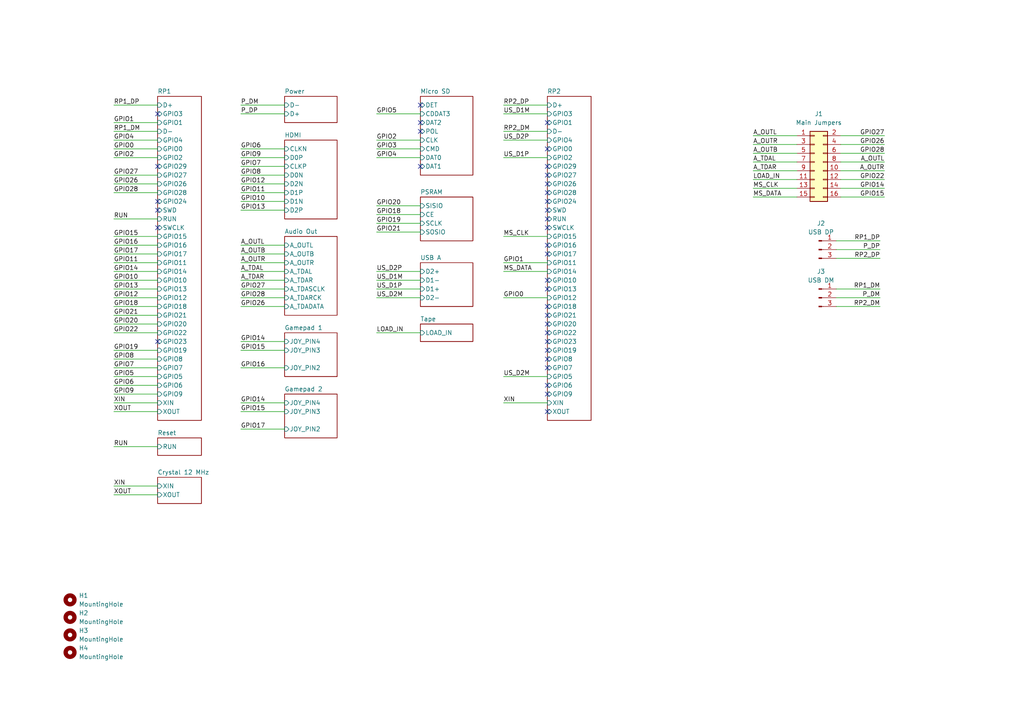
<source format=kicad_sch>
(kicad_sch (version 20231120) (generator "eeschema") (generator_version "8.0")
  (paper "A4")
  (title_block (title "FRANK M1") (date "2025-02-03") (rev "1.0") (company "Mikhail Matveev") (comment 1 "https://github.com/xtremespb/frank"))
  (lib_symbols
    (symbol "Connector:Conn_01x03_Pin" (pin_names (offset 1.016) hide)
      (property "Reference" "J" (at 0 5.08 0))
      (property "Value" "Conn_01x03_Pin" (at 0 -5.08 0))
      (symbol "Conn_01x03_Pin_1_1"
        (polyline (pts (xy 1.27 -2.54) (xy 0.8636 -2.54)) (stroke (width 0.1524)))
        (polyline (pts (xy 1.27 0) (xy 0.8636 0)) (stroke (width 0.1524)))
        (polyline (pts (xy 1.27 2.54) (xy 0.8636 2.54)) (stroke (width 0.1524)))
        (rectangle (start 0.8636 -2.413) (end 0 -2.667) (stroke (width 0.1524)) (fill (type outline)))
        (rectangle (start 0.8636 0.127) (end 0 -0.127) (stroke (width 0.1524)) (fill (type outline)))
        (rectangle (start 0.8636 2.667) (end 0 2.413) (stroke (width 0.1524)) (fill (type outline)))
        (pin passive line (at 5.08 2.54 180) (length 3.81) (name "Pin_1") (number "1"))
        (pin passive line (at 5.08 0 180) (length 3.81) (name "Pin_2") (number "2"))
        (pin passive line (at 5.08 -2.54 180) (length 3.81) (name "Pin_3") (number "3"))
      )
    )
    (symbol "Connector_Generic:Conn_02x08_Odd_Even" (pin_names (offset 1.016) hide)
      (property "Reference" "J" (at 1.27 10.16 0))
      (property "Value" "Conn_02x08_Odd_Even" (at 1.27 -12.7 0))
      (symbol "Conn_02x08_Odd_Even_1_1"
        (rectangle (start -1.27 -10.033) (end 0 -10.287) (stroke (width 0.1524)))
        (rectangle (start -1.27 -7.493) (end 0 -7.747) (stroke (width 0.1524)))
        (rectangle (start -1.27 -4.953) (end 0 -5.207) (stroke (width 0.1524)))
        (rectangle (start -1.27 -2.413) (end 0 -2.667) (stroke (width 0.1524)))
        (rectangle (start -1.27 0.127) (end 0 -0.127) (stroke (width 0.1524)))
        (rectangle (start -1.27 2.667) (end 0 2.413) (stroke (width 0.1524)))
        (rectangle (start -1.27 5.207) (end 0 4.953) (stroke (width 0.1524)))
        (rectangle (start -1.27 7.747) (end 0 7.493) (stroke (width 0.1524)))
        (rectangle (start -1.27 8.89) (end 3.81 -11.43) (stroke (width 0.254)) (fill (type background)))
        (rectangle (start 3.81 -10.033) (end 2.54 -10.287) (stroke (width 0.1524)))
        (rectangle (start 3.81 -7.493) (end 2.54 -7.747) (stroke (width 0.1524)))
        (rectangle (start 3.81 -4.953) (end 2.54 -5.207) (stroke (width 0.1524)))
        (rectangle (start 3.81 -2.413) (end 2.54 -2.667) (stroke (width 0.1524)))
        (rectangle (start 3.81 0.127) (end 2.54 -0.127) (stroke (width 0.1524)))
        (rectangle (start 3.81 2.667) (end 2.54 2.413) (stroke (width 0.1524)))
        (rectangle (start 3.81 5.207) (end 2.54 4.953) (stroke (width 0.1524)))
        (rectangle (start 3.81 7.747) (end 2.54 7.493) (stroke (width 0.1524)))
        (pin passive line (at -5.08 7.62 0) (length 3.81) (name "Pin_1") (number "1"))
        (pin passive line (at 7.62 -2.54 180) (length 3.81) (name "Pin_10") (number "10"))
        (pin passive line (at -5.08 -5.08 0) (length 3.81) (name "Pin_11") (number "11"))
        (pin passive line (at 7.62 -5.08 180) (length 3.81) (name "Pin_12") (number "12"))
        (pin passive line (at -5.08 -7.62 0) (length 3.81) (name "Pin_13") (number "13"))
        (pin passive line (at 7.62 -7.62 180) (length 3.81) (name "Pin_14") (number "14"))
        (pin passive line (at -5.08 -10.16 0) (length 3.81) (name "Pin_15") (number "15"))
        (pin passive line (at 7.62 -10.16 180) (length 3.81) (name "Pin_16") (number "16"))
        (pin passive line (at 7.62 7.62 180) (length 3.81) (name "Pin_2") (number "2"))
        (pin passive line (at -5.08 5.08 0) (length 3.81) (name "Pin_3") (number "3"))
        (pin passive line (at 7.62 5.08 180) (length 3.81) (name "Pin_4") (number "4"))
        (pin passive line (at -5.08 2.54 0) (length 3.81) (name "Pin_5") (number "5"))
        (pin passive line (at 7.62 2.54 180) (length 3.81) (name "Pin_6") (number "6"))
        (pin passive line (at -5.08 0 0) (length 3.81) (name "Pin_7") (number "7"))
        (pin passive line (at 7.62 0 180) (length 3.81) (name "Pin_8") (number "8"))
        (pin passive line (at -5.08 -2.54 0) (length 3.81) (name "Pin_9") (number "9"))
      )
    )
    (symbol "Mechanical:MountingHole" (pin_names (offset 1.016)) (exclude_from_sim yes) (in_bom no)
      (property "Reference" "H" (at 0 5.08 0))
      (property "Value" "MountingHole" (at 0 3.175 0))
      (symbol "MountingHole_0_1"
        (circle (center 0 0) (radius 1.27) (stroke (width 1.27)))
      )
    )
  )
  (no_connect (at 158.75 58.42))
  (no_connect (at 158.75 55.88))
  (no_connect (at 158.75 71.12))
  (no_connect (at 45.72 33.02))
  (no_connect (at 158.75 66.04))
  (no_connect (at 158.75 48.26))
  (no_connect (at 158.75 104.14))
  (no_connect (at 158.75 43.18))
  (no_connect (at 158.75 119.38))
  (no_connect (at 158.75 114.3))
  (no_connect (at 158.75 81.28))
  (no_connect (at 121.92 35.56))
  (no_connect (at 121.92 48.26))
  (no_connect (at 158.75 73.66))
  (no_connect (at 45.72 66.04))
  (no_connect (at 158.75 50.8))
  (no_connect (at 45.72 58.42))
  (no_connect (at 121.92 38.1))
  (no_connect (at 121.92 30.48))
  (no_connect (at 158.75 91.44))
  (no_connect (at 158.75 88.9))
  (no_connect (at 158.75 111.76))
  (no_connect (at 45.72 99.06))
  (no_connect (at 158.75 101.6))
  (no_connect (at 158.75 99.06))
  (no_connect (at 158.75 106.68))
  (no_connect (at 158.75 96.52))
  (no_connect (at 158.75 83.82))
  (no_connect (at 45.72 60.96))
  (no_connect (at 158.75 60.96))
  (no_connect (at 158.75 53.34))
  (no_connect (at 158.75 35.56))
  (no_connect (at 158.75 93.98))
  (no_connect (at 45.72 48.26))
  (no_connect (at 158.75 63.5))
  (wire (pts (xy 33.02 111.76) (xy 45.72 111.76)))
  (wire (pts (xy 33.02 106.68) (xy 45.72 106.68)))
  (wire (pts (xy 109.22 86.36) (xy 121.92 86.36)))
  (wire (pts (xy 69.85 116.84) (xy 82.55 116.84)))
  (wire (pts (xy 69.85 71.12) (xy 82.55 71.12)))
  (wire (pts (xy 69.85 55.88) (xy 82.55 55.88)))
  (wire (pts (xy 69.85 86.36) (xy 82.55 86.36)))
  (wire (pts (xy 33.02 109.22) (xy 45.72 109.22)))
  (wire (pts (xy 243.84 41.91) (xy 256.54 41.91)))
  (wire (pts (xy 255.27 69.85) (xy 242.57 69.85)))
  (wire (pts (xy 33.02 143.51) (xy 45.72 143.51)))
  (wire (pts (xy 109.22 40.64) (xy 121.92 40.64)))
  (wire (pts (xy 218.44 41.91) (xy 231.14 41.91)))
  (wire (pts (xy 69.85 73.66) (xy 82.55 73.66)))
  (wire (pts (xy 255.27 72.39) (xy 242.57 72.39)))
  (wire (pts (xy 33.02 114.3) (xy 45.72 114.3)))
  (wire (pts (xy 255.27 83.82) (xy 242.57 83.82)))
  (wire (pts (xy 146.05 109.22) (xy 158.75 109.22)))
  (wire (pts (xy 33.02 71.12) (xy 45.72 71.12)))
  (wire (pts (xy 33.02 96.52) (xy 45.72 96.52)))
  (wire (pts (xy 33.02 93.98) (xy 45.72 93.98)))
  (wire (pts (xy 33.02 140.97) (xy 45.72 140.97)))
  (wire (pts (xy 69.85 99.06) (xy 82.55 99.06)))
  (wire (pts (xy 243.84 52.07) (xy 256.54 52.07)))
  (wire (pts (xy 33.02 86.36) (xy 45.72 86.36)))
  (wire (pts (xy 33.02 40.64) (xy 45.72 40.64)))
  (wire (pts (xy 146.05 40.64) (xy 158.75 40.64)))
  (wire (pts (xy 146.05 116.84) (xy 158.75 116.84)))
  (wire (pts (xy 146.05 33.02) (xy 158.75 33.02)))
  (wire (pts (xy 109.22 96.52) (xy 121.92 96.52)))
  (wire (pts (xy 109.22 62.23) (xy 121.92 62.23)))
  (wire (pts (xy 33.02 116.84) (xy 45.72 116.84)))
  (wire (pts (xy 69.85 101.6) (xy 82.55 101.6)))
  (wire (pts (xy 146.05 68.58) (xy 158.75 68.58)))
  (wire (pts (xy 33.02 55.88) (xy 45.72 55.88)))
  (wire (pts (xy 69.85 33.02) (xy 82.55 33.02)))
  (wire (pts (xy 69.85 50.8) (xy 82.55 50.8)))
  (wire (pts (xy 109.22 59.69) (xy 121.92 59.69)))
  (wire (pts (xy 69.85 119.38) (xy 82.55 119.38)))
  (wire (pts (xy 33.02 50.8) (xy 45.72 50.8)))
  (wire (pts (xy 33.02 91.44) (xy 45.72 91.44)))
  (wire (pts (xy 109.22 67.31) (xy 121.92 67.31)))
  (wire (pts (xy 146.05 86.36) (xy 158.75 86.36)))
  (wire (pts (xy 69.85 30.48) (xy 82.55 30.48)))
  (wire (pts (xy 255.27 74.93) (xy 242.57 74.93)))
  (wire (pts (xy 69.85 45.72) (xy 82.55 45.72)))
  (wire (pts (xy 69.85 43.18) (xy 82.55 43.18)))
  (wire (pts (xy 69.85 106.68) (xy 82.55 106.68)))
  (wire (pts (xy 109.22 43.18) (xy 121.92 43.18)))
  (wire (pts (xy 33.02 53.34) (xy 45.72 53.34)))
  (wire (pts (xy 33.02 104.14) (xy 45.72 104.14)))
  (wire (pts (xy 243.84 57.15) (xy 256.54 57.15)))
  (wire (pts (xy 243.84 54.61) (xy 256.54 54.61)))
  (wire (pts (xy 33.02 68.58) (xy 45.72 68.58)))
  (wire (pts (xy 218.44 54.61) (xy 231.14 54.61)))
  (wire (pts (xy 218.44 46.99) (xy 231.14 46.99)))
  (wire (pts (xy 218.44 49.53) (xy 231.14 49.53)))
  (wire (pts (xy 33.02 30.48) (xy 45.72 30.48)))
  (wire (pts (xy 109.22 78.74) (xy 121.92 78.74)))
  (wire (pts (xy 69.85 81.28) (xy 82.55 81.28)))
  (wire (pts (xy 33.02 76.2) (xy 45.72 76.2)))
  (wire (pts (xy 69.85 58.42) (xy 82.55 58.42)))
  (wire (pts (xy 33.02 81.28) (xy 45.72 81.28)))
  (wire (pts (xy 33.02 38.1) (xy 45.72 38.1)))
  (wire (pts (xy 69.85 83.82) (xy 82.55 83.82)))
  (wire (pts (xy 69.85 124.46) (xy 82.55 124.46)))
  (wire (pts (xy 33.02 119.38) (xy 45.72 119.38)))
  (wire (pts (xy 69.85 48.26) (xy 82.55 48.26)))
  (wire (pts (xy 218.44 52.07) (xy 231.14 52.07)))
  (wire (pts (xy 218.44 39.37) (xy 231.14 39.37)))
  (wire (pts (xy 255.27 88.9) (xy 242.57 88.9)))
  (wire (pts (xy 33.02 88.9) (xy 45.72 88.9)))
  (wire (pts (xy 33.02 45.72) (xy 45.72 45.72)))
  (wire (pts (xy 255.27 86.36) (xy 242.57 86.36)))
  (wire (pts (xy 33.02 35.56) (xy 45.72 35.56)))
  (wire (pts (xy 146.05 78.74) (xy 158.75 78.74)))
  (wire (pts (xy 109.22 83.82) (xy 121.92 83.82)))
  (wire (pts (xy 243.84 39.37) (xy 256.54 39.37)))
  (wire (pts (xy 243.84 44.45) (xy 256.54 44.45)))
  (wire (pts (xy 33.02 83.82) (xy 45.72 83.82)))
  (wire (pts (xy 109.22 45.72) (xy 121.92 45.72)))
  (wire (pts (xy 109.22 81.28) (xy 121.92 81.28)))
  (wire (pts (xy 146.05 76.2) (xy 158.75 76.2)))
  (wire (pts (xy 243.84 46.99) (xy 256.54 46.99)))
  (wire (pts (xy 69.85 88.9) (xy 82.55 88.9)))
  (wire (pts (xy 33.02 78.74) (xy 45.72 78.74)))
  (wire (pts (xy 109.22 64.77) (xy 121.92 64.77)))
  (wire (pts (xy 33.02 129.54) (xy 45.72 129.54)))
  (wire (pts (xy 218.44 44.45) (xy 231.14 44.45)))
  (wire (pts (xy 146.05 38.1) (xy 158.75 38.1)))
  (wire (pts (xy 69.85 76.2) (xy 82.55 76.2)))
  (wire (pts (xy 33.02 73.66) (xy 45.72 73.66)))
  (wire (pts (xy 33.02 63.5) (xy 45.72 63.5)))
  (wire (pts (xy 69.85 78.74) (xy 82.55 78.74)))
  (wire (pts (xy 243.84 49.53) (xy 256.54 49.53)))
  (wire (pts (xy 33.02 101.6) (xy 45.72 101.6)))
  (wire (pts (xy 146.05 45.72) (xy 158.75 45.72)))
  (wire (pts (xy 218.44 57.15) (xy 231.14 57.15)))
  (wire (pts (xy 109.22 33.02) (xy 121.92 33.02)))
  (wire (pts (xy 146.05 30.48) (xy 158.75 30.48)))
  (wire (pts (xy 69.85 53.34) (xy 82.55 53.34)))
  (wire (pts (xy 69.85 60.96) (xy 82.55 60.96)))
  (wire (pts (xy 33.02 43.18) (xy 45.72 43.18)))
  (label "US_D2M" (at 109.22 86.36 0))
  (label "GPIO1" (at 146.05 76.2 0))
  (label "A_OUTB" (at 69.85 73.66 0))
  (label "RP2_DP" (at 255.27 74.93 180))
  (label "GPIO27" (at 33.02 50.8 0))
  (label "GPIO8" (at 33.02 104.14 0))
  (label "P_DP" (at 69.85 33.02 0))
  (label "GPIO7" (at 69.85 48.26 0))
  (label "A_TDAR" (at 218.44 49.53 0))
  (label "GPIO16" (at 69.85 106.68 0))
  (label "RP2_DP" (at 146.05 30.48 0))
  (label "US_D1P" (at 109.22 83.82 0))
  (label "GPIO28" (at 256.54 44.45 180))
  (label "RP1_DP" (at 33.02 30.48 0))
  (label "GPIO20" (at 33.02 93.98 0))
  (label "US_D2P" (at 109.22 78.74 0))
  (label "GPIO26" (at 256.54 41.91 180))
  (label "A_OUTL" (at 218.44 39.37 0))
  (label "GPIO10" (at 33.02 81.28 0))
  (label "XIN" (at 33.02 140.97 0))
  (label "US_D1P" (at 146.05 45.72 0))
  (label "GPIO12" (at 69.85 53.34 0))
  (label "GPIO5" (at 33.02 109.22 0))
  (label "GPIO21" (at 109.22 67.31 0))
  (label "GPIO14" (at 69.85 99.06 0))
  (label "US_D2M" (at 146.05 109.22 0))
  (label "RP2_DM" (at 255.27 88.9 180))
  (label "XIN" (at 33.02 116.84 0))
  (label "A_TDAL" (at 218.44 46.99 0))
  (label "GPIO6" (at 33.02 111.76 0))
  (label "GPIO5" (at 109.22 33.02 0))
  (label "GPIO14" (at 33.02 78.74 0))
  (label "GPIO19" (at 109.22 64.77 0))
  (label "GPIO9" (at 33.02 114.3 0))
  (label "A_TDAR" (at 69.85 81.28 0))
  (label "A_OUTR" (at 256.54 49.53 180))
  (label "GPIO12" (at 33.02 86.36 0))
  (label "MS_DATA" (at 146.05 78.74 0))
  (label "GPIO18" (at 33.02 88.9 0))
  (label "US_D1M" (at 146.05 33.02 0))
  (label "GPIO14" (at 256.54 54.61 180))
  (label "GPIO17" (at 69.85 124.46 0))
  (label "GPIO7" (at 33.02 106.68 0))
  (label "GPIO27" (at 69.85 83.82 0))
  (label "US_D2P" (at 146.05 40.64 0))
  (label "GPIO15" (at 256.54 57.15 180))
  (label "GPIO13" (at 69.85 60.96 0))
  (label "RUN" (at 33.02 63.5 0))
  (label "P_DP" (at 255.27 72.39 180))
  (label "RP1_DM" (at 255.27 83.82 180))
  (label "GPIO6" (at 69.85 43.18 0))
  (label "GPIO11" (at 33.02 76.2 0))
  (label "GPIO28" (at 69.85 86.36 0))
  (label "GPIO1" (at 33.02 35.56 0))
  (label "GPIO19" (at 33.02 101.6 0))
  (label "RP2_DM" (at 146.05 38.1 0))
  (label "GPIO26" (at 33.02 53.34 0))
  (label "MS_CLK" (at 146.05 68.58 0))
  (label "A_OUTR" (at 69.85 76.2 0))
  (label "GPIO8" (at 69.85 50.8 0))
  (label "GPIO2" (at 109.22 40.64 0))
  (label "GPIO11" (at 69.85 55.88 0))
  (label "MS_DATA" (at 218.44 57.15 0))
  (label "GPIO17" (at 33.02 73.66 0))
  (label "GPIO15" (at 69.85 101.6 0))
  (label "XOUT" (at 33.02 119.38 0))
  (label "GPIO26" (at 69.85 88.9 0))
  (label "RUN" (at 33.02 129.54 0))
  (label "GPIO4" (at 109.22 45.72 0))
  (label "GPIO22" (at 256.54 52.07 180))
  (label "P_DM" (at 255.27 86.36 180))
  (label "GPIO16" (at 33.02 71.12 0))
  (label "GPIO15" (at 33.02 68.58 0))
  (label "GPIO13" (at 33.02 83.82 0))
  (label "A_OUTL" (at 69.85 71.12 0))
  (label "A_TDAL" (at 69.85 78.74 0))
  (label "MS_CLK" (at 218.44 54.61 0))
  (label "GPIO27" (at 256.54 39.37 180))
  (label "A_OUTL" (at 256.54 46.99 180))
  (label "P_DM" (at 69.85 30.48 0))
  (label "GPIO21" (at 33.02 91.44 0))
  (label "RP1_DP" (at 255.27 69.85 180))
  (label "GPIO18" (at 109.22 62.23 0))
  (label "GPIO9" (at 69.85 45.72 0))
  (label "GPIO0" (at 146.05 86.36 0))
  (label "GPIO4" (at 33.02 40.64 0))
  (label "US_D1M" (at 109.22 81.28 0))
  (label "A_OUTB" (at 218.44 44.45 0))
  (label "XIN" (at 146.05 116.84 0))
  (label "GPIO28" (at 33.02 55.88 0))
  (label "LOAD_IN" (at 218.44 52.07 0))
  (label "GPIO3" (at 109.22 43.18 0))
  (label "GPIO10" (at 69.85 58.42 0))
  (label "GPIO15" (at 69.85 119.38 0))
  (label "GPIO0" (at 33.02 43.18 0))
  (label "RP1_DM" (at 33.02 38.1 0))
  (label "GPIO22" (at 33.02 96.52 0))
  (label "A_OUTR" (at 218.44 41.91 0))
  (label "XOUT" (at 33.02 143.51 0))
  (label "GPIO20" (at 109.22 59.69 0))
  (label "LOAD_IN" (at 109.22 96.52 0))
  (label "GPIO2" (at 33.02 45.72 0))
  (label "GPIO14" (at 69.85 116.84 0))
  (symbol (lib_id "Connector_Generic:Conn_02x08_Odd_Even") (at 236.22 46.99 0) (unit 1)
    (property "Reference" "J1" (at 237.49 33.02 0))
    (property "Value" "Main Jumpers" (at 237.49 35.56 0))
    (property "Footprint" "Pin Header (2x08)" (effects (hide yes)))
    (property "Description" "Generic connector, double row, 02x08, odd/even pin numbering scheme (row 1 odd numbers, row 2 even numbers), script generated (kicad-library-utils/schlib/autogen/connector/)" (effects (hide yes)))
  )
  (symbol (lib_id "Connector:Conn_01x03_Pin") (at 237.49 86.36 0) (unit 1)
    (property "Reference" "J3" (at 238.125 78.74 0))
    (property "Value" "USB DM" (at 238.125 81.28 0))
    (property "Footprint" "FRANK:Pin Header (1x03)" (effects (hide yes)))
    (property "Description" "Generic connector, single row, 01x03, script generated" (effects (hide yes)))
  )
  (symbol (lib_id "Mechanical:MountingHole") (at 20.32 184.15 0) (unit 1) (exclude_from_sim yes) (in_bom no)
    (property "Reference" "H3" (at 22.86 182.8799 0) (effects (justify left)))
    (property "Value" "MountingHole" (at 22.86 185.4199 0) (effects (justify left)))
    (property "Footprint" "MountingHole:MountingHole_2.7mm" (effects (hide yes)))
    (property "Description" "Mounting Hole without connection" (effects (hide yes)))
  )
  (symbol (lib_id "Mechanical:MountingHole") (at 20.32 179.07 0) (unit 1) (exclude_from_sim yes) (in_bom no)
    (property "Reference" "H2" (at 22.86 177.7999 0) (effects (justify left)))
    (property "Value" "MountingHole" (at 22.86 180.3399 0) (effects (justify left)))
    (property "Footprint" "MountingHole:MountingHole_2.7mm" (effects (hide yes)))
    (property "Description" "Mounting Hole without connection" (effects (hide yes)))
  )
  (symbol (lib_id "Mechanical:MountingHole") (at 20.32 189.23 0) (unit 1) (exclude_from_sim yes) (in_bom no)
    (property "Reference" "H4" (at 22.86 187.9599 0) (effects (justify left)))
    (property "Value" "MountingHole" (at 22.86 190.4999 0) (effects (justify left)))
    (property "Footprint" "MountingHole:MountingHole_2.7mm" (effects (hide yes)))
    (property "Description" "Mounting Hole without connection" (effects (hide yes)))
  )
  (symbol (lib_id "Connector:Conn_01x03_Pin") (at 237.49 72.39 0) (unit 1)
    (property "Reference" "J2" (at 238.125 64.77 0))
    (property "Value" "USB DP" (at 238.125 67.31 0))
    (property "Footprint" "FRANK:Pin Header (1x03)" (effects (hide yes)))
    (property "Description" "Generic connector, single row, 01x03, script generated" (effects (hide yes)))
  )
  (symbol (lib_id "Mechanical:MountingHole") (at 20.32 173.99 0) (unit 1) (exclude_from_sim yes) (in_bom no)
    (property "Reference" "H1" (at 22.86 172.7199 0) (effects (justify left)))
    (property "Value" "MountingHole" (at 22.86 175.2599 0) (effects (justify left)))
    (property "Footprint" "MountingHole:MountingHole_2.7mm" (effects (hide yes)))
    (property "Description" "Mounting Hole without connection" (effects (hide yes)))
  )
  (sheet (at 121.92 93.98) (size 15.24 5.08) (stroke (width 0.1524))
    (property "Sheetname" "Tape" (at 121.92 93.2684 0) (effects (justify left bottom)))
    (property "Sheetfile" "tape.kicad_sch" (effects (hide yes)))
    (pin "LOAD_IN" input (at 121.92 96.52 180))
  )
  (sheet (at 158.75 27.94) (size 12.7 93.98) (stroke (width 0.1524))
    (property "Sheetname" "RP2" (at 158.75 27.2284 0) (effects (justify left bottom)))
    (property "Sheetfile" "rp2040.kicad_sch" (effects (hide yes)))
    (pin "D+" input (at 158.75 30.48 180))
    (pin "GPIO3" input (at 158.75 33.02 180))
    (pin "GPIO1" input (at 158.75 35.56 180))
    (pin "D-" input (at 158.75 38.1 180))
    (pin "GPIO4" input (at 158.75 40.64 180))
    (pin "GPIO0" input (at 158.75 43.18 180))
    (pin "GPIO2" input (at 158.75 45.72 180))
    (pin "GPIO29" input (at 158.75 48.26 180))
    (pin "GPIO27" input (at 158.75 50.8 180))
    (pin "GPIO26" input (at 158.75 53.34 180))
    (pin "GPIO28" input (at 158.75 55.88 180))
    (pin "GPIO24" input (at 158.75 58.42 180))
    (pin "SWD" input (at 158.75 60.96 180))
    (pin "RUN" input (at 158.75 63.5 180))
    (pin "SWCLK" input (at 158.75 66.04 180))
    (pin "GPIO15" input (at 158.75 68.58 180))
    (pin "GPIO16" input (at 158.75 71.12 180))
    (pin "GPIO17" input (at 158.75 73.66 180))
    (pin "GPIO11" input (at 158.75 76.2 180))
    (pin "GPIO14" input (at 158.75 78.74 180))
    (pin "GPIO10" input (at 158.75 81.28 180))
    (pin "GPIO13" input (at 158.75 83.82 180))
    (pin "GPIO12" input (at 158.75 86.36 180))
    (pin "GPIO18" input (at 158.75 88.9 180))
    (pin "GPIO21" input (at 158.75 91.44 180))
    (pin "GPIO20" input (at 158.75 93.98 180))
    (pin "GPIO22" input (at 158.75 96.52 180))
    (pin "GPIO23" input (at 158.75 99.06 180))
    (pin "GPIO19" input (at 158.75 101.6 180))
    (pin "GPIO8" input (at 158.75 104.14 180))
    (pin "GPIO7" input (at 158.75 106.68 180))
    (pin "GPIO5" input (at 158.75 109.22 180))
    (pin "GPIO6" input (at 158.75 111.76 180))
    (pin "GPIO9" input (at 158.75 114.3 180))
    (pin "XIN" input (at 158.75 116.84 180))
    (pin "XOUT" input (at 158.75 119.38 180))
  )
  (sheet (at 45.72 127) (size 12.7 5.08) (stroke (width 0.1524))
    (property "Sheetname" "Reset" (at 45.72 126.2884 0) (effects (justify left bottom)))
    (property "Sheetfile" "reset.kicad_sch" (effects (hide yes)))
    (pin "RUN" input (at 45.72 129.54 180))
  )
  (sheet (at 45.72 138.43) (size 12.7 7.62) (stroke (width 0.1524))
    (property "Sheetname" "Crystal 12 MHz" (at 45.72 137.7184 0) (effects (justify left bottom)))
    (property "Sheetfile" "crystal_12mhz.kicad_sch" (effects (hide yes)))
    (pin "XIN" input (at 45.72 140.97 180))
    (pin "XOUT" input (at 45.72 143.51 180))
  )
  (sheet (at 82.55 27.94) (size 15.24 7.62) (stroke (width 0.1524))
    (property "Sheetname" "Power" (at 82.55 27.2284 0) (effects (justify left bottom)))
    (property "Sheetfile" "power.kicad_sch" (effects (hide yes)))
    (pin "D-" input (at 82.55 30.48 180))
    (pin "D+" input (at 82.55 33.02 180))
  )
  (sheet (at 45.72 27.94) (size 12.7 93.98) (stroke (width 0.1524))
    (property "Sheetname" "RP1" (at 45.72 27.2284 0) (effects (justify left bottom)))
    (property "Sheetfile" "rp2040.kicad_sch" (effects (hide yes)))
    (pin "D+" input (at 45.72 30.48 180))
    (pin "GPIO3" input (at 45.72 33.02 180))
    (pin "GPIO1" input (at 45.72 35.56 180))
    (pin "D-" input (at 45.72 38.1 180))
    (pin "GPIO4" input (at 45.72 40.64 180))
    (pin "GPIO0" input (at 45.72 43.18 180))
    (pin "GPIO2" input (at 45.72 45.72 180))
    (pin "GPIO29" input (at 45.72 48.26 180))
    (pin "GPIO27" input (at 45.72 50.8 180))
    (pin "GPIO26" input (at 45.72 53.34 180))
    (pin "GPIO28" input (at 45.72 55.88 180))
    (pin "GPIO24" input (at 45.72 58.42 180))
    (pin "SWD" input (at 45.72 60.96 180))
    (pin "RUN" input (at 45.72 63.5 180))
    (pin "SWCLK" input (at 45.72 66.04 180))
    (pin "GPIO15" input (at 45.72 68.58 180))
    (pin "GPIO16" input (at 45.72 71.12 180))
    (pin "GPIO17" input (at 45.72 73.66 180))
    (pin "GPIO11" input (at 45.72 76.2 180))
    (pin "GPIO14" input (at 45.72 78.74 180))
    (pin "GPIO10" input (at 45.72 81.28 180))
    (pin "GPIO13" input (at 45.72 83.82 180))
    (pin "GPIO12" input (at 45.72 86.36 180))
    (pin "GPIO18" input (at 45.72 88.9 180))
    (pin "GPIO21" input (at 45.72 91.44 180))
    (pin "GPIO20" input (at 45.72 93.98 180))
    (pin "GPIO22" input (at 45.72 96.52 180))
    (pin "GPIO23" input (at 45.72 99.06 180))
    (pin "GPIO19" input (at 45.72 101.6 180))
    (pin "GPIO8" input (at 45.72 104.14 180))
    (pin "GPIO7" input (at 45.72 106.68 180))
    (pin "GPIO5" input (at 45.72 109.22 180))
    (pin "GPIO6" input (at 45.72 111.76 180))
    (pin "GPIO9" input (at 45.72 114.3 180))
    (pin "XIN" input (at 45.72 116.84 180))
    (pin "XOUT" input (at 45.72 119.38 180))
  )
  (sheet (at 82.55 68.58) (size 15.24 22.86) (stroke (width 0.1524))
    (property "Sheetname" "Audio Out" (at 82.55 67.8684 0) (effects (justify left bottom)))
    (property "Sheetfile" "audio_out_m1.kicad_sch" (effects (hide yes)))
    (pin "A_OUTL" input (at 82.55 71.12 180))
    (pin "A_OUTB" input (at 82.55 73.66 180))
    (pin "A_OUTR" input (at 82.55 76.2 180))
    (pin "A_TDAL" input (at 82.55 78.74 180))
    (pin "A_TDAR" input (at 82.55 81.28 180))
    (pin "A_TDASCLK" input (at 82.55 83.82 180))
    (pin "A_TDARCK" input (at 82.55 86.36 180))
    (pin "A_TDADATA" input (at 82.55 88.9 180))
  )
  (sheet (at 121.92 57.15) (size 15.24 12.7) (stroke (width 0.1524))
    (property "Sheetname" "PSRAM" (at 121.92 56.4384 0) (effects (justify left bottom)))
    (property "Sheetfile" "psram.kicad_sch" (effects (hide yes)))
    (pin "SISIO" input (at 121.92 59.69 180))
    (pin "CE" input (at 121.92 62.23 180))
    (pin "SCLK" input (at 121.92 64.77 180))
    (pin "SOSIO" input (at 121.92 67.31 180))
  )
  (sheet (at 121.92 76.2) (size 15.24 12.7) (stroke (width 0.1524))
    (property "Sheetname" "USB A" (at 121.92 75.4884 0) (effects (justify left bottom)))
    (property "Sheetfile" "usbstack.kicad_sch" (effects (hide yes)))
    (pin "D2+" input (at 121.92 78.74 180))
    (pin "D1-" input (at 121.92 81.28 180))
    (pin "D1+" input (at 121.92 83.82 180))
    (pin "D2-" input (at 121.92 86.36 180))
  )
  (sheet (at 121.92 27.94) (size 15.24 22.86) (stroke (width 0.1524))
    (property "Sheetname" "Micro SD" (at 121.92 27.2284 0) (effects (justify left bottom)))
    (property "Sheetfile" "sd.kicad_sch" (effects (hide yes)))
    (pin "DET" input (at 121.92 30.48 180))
    (pin "CDDAT3" input (at 121.92 33.02 180))
    (pin "DAT2" input (at 121.92 35.56 180))
    (pin "POL" input (at 121.92 38.1 180))
    (pin "CLK" input (at 121.92 40.64 180))
    (pin "CMD" input (at 121.92 43.18 180))
    (pin "DAT0" input (at 121.92 45.72 180))
    (pin "DAT1" input (at 121.92 48.26 180))
  )
  (sheet (at 82.55 96.52) (size 15.24 12.7) (stroke (width 0.1524))
    (property "Sheetname" "Gamepad 1" (at 82.55 95.8084 0) (effects (justify left bottom)))
    (property "Sheetfile" "gamepad.kicad_sch" (effects (hide yes)))
    (pin "JOY_PIN4" input (at 82.55 99.06 180))
    (pin "JOY_PIN3" input (at 82.55 101.6 180))
    (pin "JOY_PIN2" input (at 82.55 106.68 180))
  )
  (sheet (at 82.55 40.64) (size 15.24 22.86) (stroke (width 0.1524))
    (property "Sheetname" "HDMI" (at 82.55 39.9284 0) (effects (justify left bottom)))
    (property "Sheetfile" "hdmi.kicad_sch" (effects (hide yes)))
    (pin "CLKN" input (at 82.55 43.18 180))
    (pin "D0P" input (at 82.55 45.72 180))
    (pin "CLKP" input (at 82.55 48.26 180))
    (pin "D0N" input (at 82.55 50.8 180))
    (pin "D2N" input (at 82.55 53.34 180))
    (pin "D1P" input (at 82.55 55.88 180))
    (pin "D1N" input (at 82.55 58.42 180))
    (pin "D2P" input (at 82.55 60.96 180))
  )
  (sheet (at 82.55 114.3) (size 15.24 12.7) (stroke (width 0.1524))
    (property "Sheetname" "Gamepad 2" (at 82.55 113.5884 0) (effects (justify left bottom)))
    (property "Sheetfile" "gamepad.kicad_sch" (effects (hide yes)))
    (pin "JOY_PIN4" input (at 82.55 116.84 180))
    (pin "JOY_PIN3" input (at 82.55 119.38 180))
    (pin "JOY_PIN2" input (at 82.55 124.46 180))
  )
)
</source>
